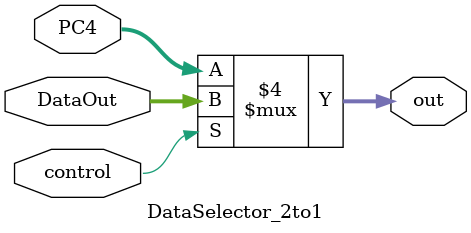
<source format=v>
`timescale 1ns / 1ps


module DataSelector_2to1(
    input control,
    input [31:0] PC4,
    input [31:0] DataOut,
    output reg [31:0] out
    );

	always @(PC4 or DataOut or control) begin
		if(control == 0)
			out <= PC4;
		else 
			out <= DataOut;
	end
endmodule

</source>
